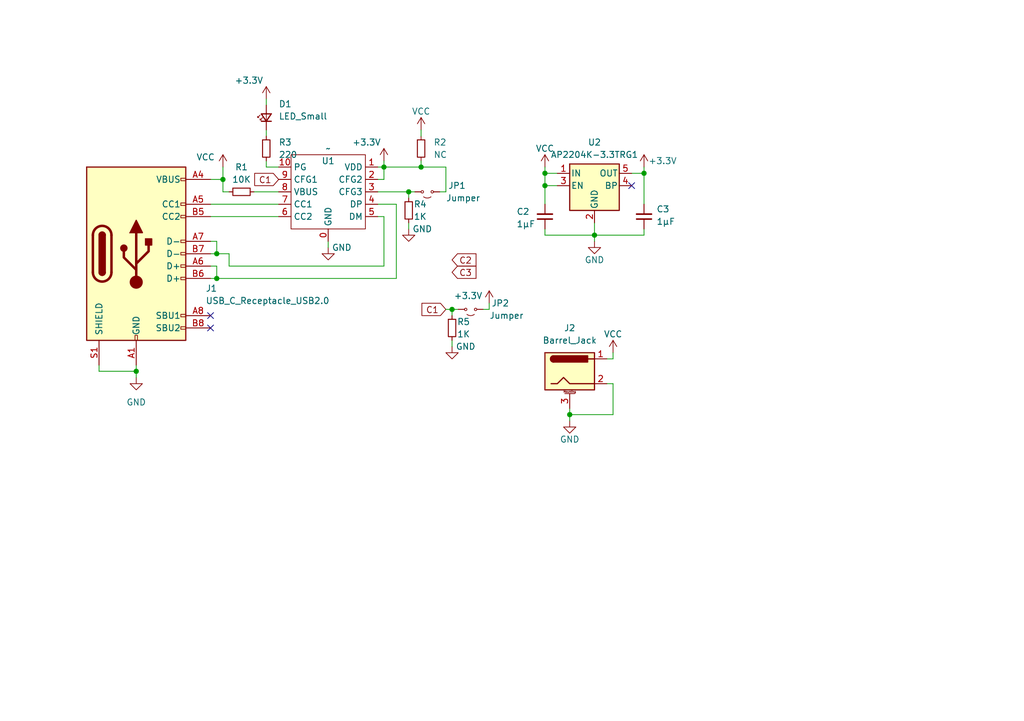
<source format=kicad_sch>
(kicad_sch (version 20231120) (generator "eeschema") (generator_version "8.0")
  (paper "A5")
  (lib_symbols
    (symbol "Connector:Barrel_Jack_MountingPin" (pin_names hide)
      (property "Reference" "J2" (at 0 8.89 0))
      (property "Value" "Barrel_Jack" (at 0 6.35 0))
      (symbol "Barrel_Jack_MountingPin_0_1"
        (rectangle (start -5.08 3.81) (end 5.08 -3.81) (stroke (width 0.254)) (fill (type background)))
        (arc (start -3.302 3.175) (mid -3.9343 2.54) (end -3.302 1.905) (stroke (width 0.254)))
        (arc (start -3.302 3.175) (mid -3.9343 2.54) (end -3.302 1.905) (stroke (width 0.254)) (fill (type outline)))
        (polyline (pts (xy 5.08 2.54) (xy 3.81 2.54)) (stroke (width 0.254)))
        (polyline (pts (xy -3.81 -2.54) (xy -2.54 -2.54) (xy -1.27 -1.27) (xy 0 -2.54) (xy 2.54 -2.54) (xy 5.08 -2.54)) (stroke (width 0.254)))
        (rectangle (start 3.683 3.175) (end -3.302 1.905) (stroke (width 0.254)) (fill (type outline)))
      )
      (symbol "Barrel_Jack_MountingPin_1_1"
        (polyline (pts (xy -1.016 -4.572) (xy 1.016 -4.572)) (stroke (width 0.1524)))
        (text "Mounting" (at 0 -4.191 0) (effects (font (size 0.381 0.381))))
        (pin passive line (at 7.62 2.54 180) (length 2.54) (name "~") (number "1"))
        (pin passive line (at 7.62 -2.54 180) (length 2.54) (name "~") (number "2"))
        (pin passive line (at 0 -7.62 90) (length 3.048) (name "MountPin") (number "3"))
      )
    )
    (symbol "Connector:USB_C_Receptacle_USB2.0" (pin_names (offset 1.016))
      (property "Reference" "J" (at -10.16 19.05 0))
      (property "Value" "USB_C_Receptacle_USB2.0" (at 19.05 19.05 0))
      (symbol "USB_C_Receptacle_USB2.0_0_0"
        (rectangle (start -0.254 -17.78) (end 0.254 -16.764))
        (rectangle (start 10.16 -14.986) (end 9.144 -15.494))
        (rectangle (start 10.16 -12.446) (end 9.144 -12.954))
        (rectangle (start 10.16 -4.826) (end 9.144 -5.334))
        (rectangle (start 10.16 -2.286) (end 9.144 -2.794))
        (rectangle (start 10.16 0.254) (end 9.144 -0.254))
        (rectangle (start 10.16 2.794) (end 9.144 2.286))
        (rectangle (start 10.16 7.874) (end 9.144 7.366))
        (rectangle (start 10.16 10.414) (end 9.144 9.906))
        (rectangle (start 10.16 15.494) (end 9.144 14.986))
      )
      (symbol "USB_C_Receptacle_USB2.0_0_1"
        (rectangle (start -10.16 17.78) (end 10.16 -17.78) (stroke (width 0.254)) (fill (type background)))
        (arc (start -8.89 -3.81) (mid -6.985 -5.7067) (end -5.08 -3.81) (stroke (width 0.508)))
        (arc (start -7.62 -3.81) (mid -6.985 -4.4423) (end -6.35 -3.81) (stroke (width 0.254)))
        (arc (start -7.62 -3.81) (mid -6.985 -4.4423) (end -6.35 -3.81) (stroke (width 0.254)) (fill (type outline)))
        (rectangle (start -7.62 -3.81) (end -6.35 3.81) (stroke (width 0.254)) (fill (type outline)))
        (arc (start -6.35 3.81) (mid -6.985 4.4423) (end -7.62 3.81) (stroke (width 0.254)))
        (arc (start -6.35 3.81) (mid -6.985 4.4423) (end -7.62 3.81) (stroke (width 0.254)) (fill (type outline)))
        (arc (start -5.08 3.81) (mid -6.985 5.7067) (end -8.89 3.81) (stroke (width 0.508)))
        (circle (center -2.54 1.143) (radius 0.635) (stroke (width 0.254)) (fill (type outline)))
        (circle (center 0 -5.842) (radius 1.27) (fill (type outline)))
        (polyline (pts (xy -8.89 -3.81) (xy -8.89 3.81)) (stroke (width 0.508)))
        (polyline (pts (xy -5.08 3.81) (xy -5.08 -3.81)) (stroke (width 0.508)))
        (polyline (pts (xy 0 -5.842) (xy 0 4.318)) (stroke (width 0.508)))
        (polyline (pts (xy 0 -3.302) (xy -2.54 -0.762) (xy -2.54 0.508)) (stroke (width 0.508)))
        (polyline (pts (xy 0 -2.032) (xy 2.54 0.508) (xy 2.54 1.778)) (stroke (width 0.508)))
        (polyline (pts (xy -1.27 4.318) (xy 0 6.858) (xy 1.27 4.318) (xy -1.27 4.318)) (stroke (width 0.254)) (fill (type outline)))
        (rectangle (start 1.905 1.778) (end 3.175 3.048) (stroke (width 0.254)) (fill (type outline)))
      )
      (symbol "USB_C_Receptacle_USB2.0_1_1"
        (pin passive line (at 0 -22.86 90) (length 5.08) (name "GND") (number "A1"))
        (pin passive line (at 0 -22.86 90) (length 5.08) hide (name "GND") (number "A12"))
        (pin passive line (at 15.24 15.24 180) (length 5.08) (name "VBUS") (number "A4"))
        (pin bidirectional line (at 15.24 10.16 180) (length 5.08) (name "CC1") (number "A5"))
        (pin bidirectional line (at 15.24 -2.54 180) (length 5.08) (name "D+") (number "A6"))
        (pin bidirectional line (at 15.24 2.54 180) (length 5.08) (name "D-") (number "A7"))
        (pin bidirectional line (at 15.24 -12.7 180) (length 5.08) (name "SBU1") (number "A8"))
        (pin passive line (at 15.24 15.24 180) (length 5.08) hide (name "VBUS") (number "A9"))
        (pin passive line (at 0 -22.86 90) (length 5.08) hide (name "GND") (number "B1"))
        (pin passive line (at 0 -22.86 90) (length 5.08) hide (name "GND") (number "B12"))
        (pin passive line (at 15.24 15.24 180) (length 5.08) hide (name "VBUS") (number "B4"))
        (pin bidirectional line (at 15.24 7.62 180) (length 5.08) (name "CC2") (number "B5"))
        (pin bidirectional line (at 15.24 -5.08 180) (length 5.08) (name "D+") (number "B6"))
        (pin bidirectional line (at 15.24 0 180) (length 5.08) (name "D-") (number "B7"))
        (pin bidirectional line (at 15.24 -15.24 180) (length 5.08) (name "SBU2") (number "B8"))
        (pin passive line (at 15.24 15.24 180) (length 5.08) hide (name "VBUS") (number "B9"))
        (pin passive line (at -7.62 -22.86 90) (length 5.08) (name "SHIELD") (number "S1"))
      )
    )
    (symbol "Device:C_Small" (pin_numbers hide) (pin_names (offset 0.254) hide)
      (property "Reference" "C" (at 0.254 1.778 0))
      (property "Value" "C_Small" (at 0.254 -2.032 0))
      (symbol "C_Small_0_1"
        (polyline (pts (xy -1.524 -0.508) (xy 1.524 -0.508)) (stroke (width 0.3302)))
        (polyline (pts (xy -1.524 0.508) (xy 1.524 0.508)) (stroke (width 0.3048)))
      )
      (symbol "C_Small_1_1"
        (pin passive line (at 0 2.54 270) (length 2.032) (name "~") (number "1"))
        (pin passive line (at 0 -2.54 90) (length 2.032) (name "~") (number "2"))
      )
    )
    (symbol "Device:LED_Small" (pin_numbers hide) (pin_names (offset 0.254) hide)
      (property "Reference" "D" (at -1.27 3.175 0))
      (property "Value" "LED_Small" (at -4.445 -2.54 0))
      (symbol "LED_Small_0_1"
        (polyline (pts (xy -0.762 -1.016) (xy -0.762 1.016)) (stroke (width 0.254)))
        (polyline (pts (xy 1.016 0) (xy -0.762 0)))
        (polyline (pts (xy 0.762 -1.016) (xy -0.762 0) (xy 0.762 1.016) (xy 0.762 -1.016)) (stroke (width 0.254)))
        (polyline (pts (xy 0 0.762) (xy -0.508 1.27) (xy -0.254 1.27) (xy -0.508 1.27) (xy -0.508 1.016)))
        (polyline (pts (xy 0.508 1.27) (xy 0 1.778) (xy 0.254 1.778) (xy 0 1.778) (xy 0 1.524)))
      )
      (symbol "LED_Small_1_1"
        (pin passive line (at -2.54 0 0) (length 1.778) (name "K") (number "1"))
        (pin passive line (at 2.54 0 180) (length 1.778) (name "A") (number "2"))
      )
    )
    (symbol "Device:R_Small" (pin_numbers hide) (pin_names (offset 0.254) hide)
      (property "Reference" "R" (at 0.762 0.508 0))
      (property "Value" "R_Small" (at 0.762 -1.016 0))
      (symbol "R_Small_0_1"
        (rectangle (start -0.762 1.778) (end 0.762 -1.778) (stroke (width 0.2032)))
      )
      (symbol "R_Small_1_1"
        (pin passive line (at 0 2.54 270) (length 0.762) (name "~") (number "1"))
        (pin passive line (at 0 -2.54 90) (length 0.762) (name "~") (number "2"))
      )
    )
    (symbol "Jumper:Jumper_2_Small_Open" (pin_numbers hide) (pin_names (offset 0) hide) (exclude_from_sim yes)
      (property "Reference" "JP" (at 0 2.794 0))
      (property "Value" "Jumper_2_Small_Open" (at 0 -2.286 0))
      (symbol "Jumper_2_Small_Open_0_0"
        (circle (center -1.016 0) (radius 0.254))
        (circle (center 1.016 0) (radius 0.254))
      )
      (symbol "Jumper_2_Small_Open_0_1"
        (arc (start 0.762 1.0196) (mid 0 1.2729) (end -0.762 1.0196))
      )
      (symbol "Jumper_2_Small_Open_1_1"
        (pin passive line (at -2.54 0 0) (length 1.27) (name "A") (number "1"))
        (pin passive line (at 2.54 0 180) (length 1.27) (name "B") (number "2"))
      )
    )
    (symbol "Regulator_Linear:MIC5219-5.0YM5" (pin_names (offset 0.254))
      (property "Reference" "U" (at -3.81 5.715 0))
      (property "Value" "MIC5219-5.0YM5" (at 0 5.715 0))
      (symbol "MIC5219-5.0YM5_0_1"
        (rectangle (start -5.08 4.445) (end 5.08 -5.08) (stroke (width 0.254)) (fill (type background)))
      )
      (symbol "MIC5219-5.0YM5_1_1"
        (pin power_in line (at -7.62 2.54 0) (length 2.54) (name "IN") (number "1"))
        (pin power_in line (at 0 -7.62 90) (length 2.54) (name "GND") (number "2"))
        (pin input line (at -7.62 0 0) (length 2.54) (name "EN") (number "3"))
        (pin input line (at 7.62 0 180) (length 2.54) (name "BP") (number "4"))
        (pin power_out line (at 7.62 2.54 180) (length 2.54) (name "OUT") (number "5"))
      )
    )
    (symbol "diy:CH224K"
      (property "Reference" "U" (at 0 0 0))
      (symbol "CH224K_0_1"
        (rectangle (start -7.62 7.62) (end 7.62 -7.62))
      )
      (symbol "CH224K_1_1"
        (pin power_in line (at 0 -10.16 90) (length 2.54) (name "GND") (number "0"))
        (pin power_in line (at -10.16 5.08 0) (length 2.54) (name "VDD") (number "1"))
        (pin input line (at 10.16 5.08 180) (length 2.54) (name "PG") (number "10"))
        (pin input line (at -10.16 2.54 0) (length 2.54) (name "CFG2") (number "2"))
        (pin input line (at -10.16 0 0) (length 2.54) (name "CFG3") (number "3"))
        (pin input line (at -10.16 -2.54 0) (length 2.54) (name "DP") (number "4"))
        (pin input line (at -10.16 -5.08 0) (length 2.54) (name "DM") (number "5"))
        (pin input line (at 10.16 -5.08 180) (length 2.54) (name "CC2") (number "6"))
        (pin input line (at 10.16 -2.54 180) (length 2.54) (name "CC1") (number "7"))
        (pin input line (at 10.16 0 180) (length 2.54) (name "VBUS") (number "8"))
        (pin input line (at 10.16 2.54 180) (length 2.54) (name "CFG1") (number "9"))
      )
    )
    (symbol "power:+3.3V" (power) (pin_names (offset 0))
      (property "Value" "+3.3V" (at 0 3.556 0))
      (symbol "+3.3V_0_1"
        (polyline (pts (xy -0.762 1.27) (xy 0 2.54)))
        (polyline (pts (xy 0 0) (xy 0 2.54)))
        (polyline (pts (xy 0 2.54) (xy 0.762 1.27)))
      )
      (symbol "+3.3V_1_1"
        (pin power_in line (at 0 0 90) (length 0) hide (name "+3.3V") (number "1"))
      )
    )
    (symbol "power:GND" (power) (pin_names (offset 0))
      (property "Value" "GND" (at 0 -3.81 0))
      (symbol "GND_0_1"
        (polyline (pts (xy 0 0) (xy 0 -1.27) (xy 1.27 -1.27) (xy 0 -2.54) (xy -1.27 -1.27) (xy 0 -1.27)))
      )
      (symbol "GND_1_1"
        (pin power_in line (at 0 0 270) (length 0) hide (name "GND") (number "1"))
      )
    )
    (symbol "power:VCC" (power) (pin_names (offset 0))
      (property "Value" "VCC" (at 0 3.81 0))
      (symbol "VCC_0_1"
        (polyline (pts (xy -0.762 1.27) (xy 0 2.54)))
        (polyline (pts (xy 0 0) (xy 0 2.54)))
        (polyline (pts (xy 0 2.54) (xy 0.762 1.27)))
      )
      (symbol "VCC_1_1"
        (pin power_in line (at 0 0 90) (length 0) hide (name "VCC") (number "1"))
      )
    )
  )
  (junction (at 78.74 34.29))
  (junction (at 111.76 38.1))
  (junction (at 27.94 76.2))
  (junction (at 121.92 48.26))
  (junction (at 44.45 57.15))
  (junction (at 116.84 85.09))
  (junction (at 83.82 39.37))
  (junction (at 111.76 35.56))
  (junction (at 132.08 35.56))
  (junction (at 86.36 34.29))
  (junction (at 92.71 63.5))
  (junction (at 45.72 36.83))
  (junction (at 44.45 52.07))
  (no_connect (at 43.18 64.77))
  (no_connect (at 43.18 67.31))
  (no_connect (at 129.54 38.1))
  (wire (pts (xy 111.76 38.1) (xy 114.3 38.1)))
  (wire (pts (xy 116.84 83.82) (xy 116.84 85.09)))
  (wire (pts (xy 83.82 39.37) (xy 83.82 40.64)))
  (wire (pts (xy 111.76 38.1) (xy 111.76 41.91)))
  (wire (pts (xy 54.61 34.29) (xy 57.15 34.29)))
  (wire (pts (xy 86.36 26.67) (xy 86.36 27.94)))
  (wire (pts (xy 52.07 39.37) (xy 57.15 39.37)))
  (wire (pts (xy 54.61 20.32) (xy 54.61 21.59)))
  (wire (pts (xy 77.47 34.29) (xy 78.74 34.29)))
  (wire (pts (xy 92.71 63.5) (xy 93.98 63.5)))
  (wire (pts (xy 91.44 34.29) (xy 91.44 39.37)))
  (wire (pts (xy 67.31 50.8) (xy 67.31 49.53)))
  (wire (pts (xy 46.99 54.61) (xy 78.74 54.61)))
  (wire (pts (xy 45.72 36.83) (xy 45.72 39.37)))
  (wire (pts (xy 43.18 44.45) (xy 57.15 44.45)))
  (wire (pts (xy 100.33 62.23) (xy 100.33 63.5)))
  (wire (pts (xy 81.28 41.91) (xy 81.28 57.15)))
  (wire (pts (xy 77.47 36.83) (xy 78.74 36.83)))
  (wire (pts (xy 44.45 49.53) (xy 44.45 52.07)))
  (wire (pts (xy 77.47 44.45) (xy 78.74 44.45)))
  (wire (pts (xy 46.99 52.07) (xy 46.99 54.61)))
  (wire (pts (xy 111.76 35.56) (xy 111.76 38.1)))
  (wire (pts (xy 54.61 26.67) (xy 54.61 27.94)))
  (wire (pts (xy 20.32 74.93) (xy 20.32 76.2)))
  (wire (pts (xy 83.82 45.72) (xy 83.82 46.99)))
  (wire (pts (xy 116.84 85.09) (xy 125.73 85.09)))
  (wire (pts (xy 43.18 41.91) (xy 57.15 41.91)))
  (wire (pts (xy 92.71 69.85) (xy 92.71 71.12)))
  (wire (pts (xy 92.71 63.5) (xy 92.71 64.77)))
  (wire (pts (xy 99.06 63.5) (xy 100.33 63.5)))
  (wire (pts (xy 121.92 48.26) (xy 121.92 49.53)))
  (wire (pts (xy 43.18 57.15) (xy 44.45 57.15)))
  (wire (pts (xy 77.47 39.37) (xy 83.82 39.37)))
  (wire (pts (xy 121.92 48.26) (xy 132.08 48.26)))
  (wire (pts (xy 83.82 39.37) (xy 85.09 39.37)))
  (wire (pts (xy 43.18 49.53) (xy 44.45 49.53)))
  (wire (pts (xy 77.47 41.91) (xy 81.28 41.91)))
  (wire (pts (xy 45.72 34.29) (xy 45.72 36.83)))
  (wire (pts (xy 124.46 73.66) (xy 125.73 73.66)))
  (wire (pts (xy 78.74 34.29) (xy 78.74 36.83)))
  (wire (pts (xy 125.73 72.39) (xy 125.73 73.66)))
  (wire (pts (xy 111.76 46.99) (xy 111.76 48.26)))
  (wire (pts (xy 86.36 34.29) (xy 91.44 34.29)))
  (wire (pts (xy 54.61 33.02) (xy 54.61 34.29)))
  (wire (pts (xy 121.92 45.72) (xy 121.92 48.26)))
  (wire (pts (xy 27.94 77.47) (xy 27.94 76.2)))
  (wire (pts (xy 45.72 39.37) (xy 46.99 39.37)))
  (wire (pts (xy 44.45 52.07) (xy 46.99 52.07)))
  (wire (pts (xy 43.18 54.61) (xy 44.45 54.61)))
  (wire (pts (xy 90.17 39.37) (xy 91.44 39.37)))
  (wire (pts (xy 132.08 34.29) (xy 132.08 35.56)))
  (wire (pts (xy 111.76 34.29) (xy 111.76 35.56)))
  (wire (pts (xy 20.32 76.2) (xy 27.94 76.2)))
  (wire (pts (xy 78.74 34.29) (xy 86.36 34.29)))
  (wire (pts (xy 132.08 46.99) (xy 132.08 48.26)))
  (wire (pts (xy 116.84 85.09) (xy 116.84 86.36)))
  (wire (pts (xy 91.44 63.5) (xy 92.71 63.5)))
  (wire (pts (xy 86.36 33.02) (xy 86.36 34.29)))
  (wire (pts (xy 111.76 35.56) (xy 114.3 35.56)))
  (wire (pts (xy 78.74 33.02) (xy 78.74 34.29)))
  (wire (pts (xy 27.94 76.2) (xy 27.94 74.93)))
  (wire (pts (xy 129.54 35.56) (xy 132.08 35.56)))
  (wire (pts (xy 44.45 54.61) (xy 44.45 57.15)))
  (wire (pts (xy 78.74 44.45) (xy 78.74 54.61)))
  (wire (pts (xy 111.76 48.26) (xy 121.92 48.26)))
  (wire (pts (xy 44.45 57.15) (xy 81.28 57.15)))
  (wire (pts (xy 125.73 78.74) (xy 125.73 85.09)))
  (wire (pts (xy 43.18 36.83) (xy 45.72 36.83)))
  (wire (pts (xy 124.46 78.74) (xy 125.73 78.74)))
  (wire (pts (xy 43.18 52.07) (xy 44.45 52.07)))
  (wire (pts (xy 132.08 41.91) (xy 132.08 35.56)))
  (global_label "C1" (shape input) (at 57.15 36.83 180) (property "Intersheetrefs" "${INTERSHEET_REFS}" (effects (hide yes))))
  (global_label "C3" (shape input) (at 92.71 55.88 0) (property "Intersheetrefs" "${INTERSHEET_REFS}" (effects (hide yes))))
  (global_label "C1" (shape input) (at 91.44 63.5 180) (property "Intersheetrefs" "${INTERSHEET_REFS}" (effects (hide yes))))
  (global_label "C2" (shape input) (at 92.71 53.34 0) (property "Intersheetrefs" "${INTERSHEET_REFS}" (effects (hide yes))))
  (symbol (lib_id "power:+3.3V") (at 78.74 33.02 0) (unit 1)
    (property "Reference" "#PWR03" (effects (hide yes)))
    (property "Value" "+3.3V" (at 75.184 29.21 0))
  )
  (symbol (lib_id "Jumper:Jumper_2_Small_Open") (at 96.52 63.5 180) (unit 1) (exclude_from_sim yes)
    (property "Reference" "JP2" (at 102.616 62.23 0))
    (property "Value" "Jumper" (at 103.886 64.77 0))
    (property "Footprint" "Jumper:SolderJumper-2_P1.3mm_Open_RoundedPad1.0x1.5mm" (effects (hide yes)))
    (property "Description" "Jumper, 2-pole, small symbol, open" (effects (hide yes)))
  )
  (symbol (lib_id "power:VCC") (at 45.72 34.29 0) (unit 1)
    (property "Reference" "#PWR01" (effects (hide yes)))
    (property "Value" "VCC" (at 42.164 32.258 0))
    (property "Description" "Power symbol creates a global label with name \"VCC\"" (effects (hide yes)))
  )
  (symbol (lib_id "Device:R_Small") (at 54.61 30.48 180) (unit 1)
    (property "Reference" "R3" (at 57.15 29.2099 0) (effects (justify right)))
    (property "Value" "220" (at 57.15 31.7499 0) (effects (justify right)))
    (property "Footprint" "Resistor_SMD:R_0402_1005Metric" (effects (hide yes)))
    (property "Description" "Resistor, small symbol" (effects (hide yes)))
  )
  (symbol (lib_id "power:VCC") (at 111.76 34.29 0) (unit 1)
    (property "Reference" "#PWR05" (effects (hide yes)))
    (property "Value" "VCC" (at 111.76 30.48 0))
    (property "Description" "Power symbol creates a global label with name \"VCC\"" (effects (hide yes)))
  )
  (symbol (lib_id "power:+3.3V") (at 100.33 62.23 0) (unit 1)
    (property "Reference" "#PWR07" (effects (hide yes)))
    (property "Value" "+3.3V" (at 96.012 60.706 0))
  )
  (symbol (lib_id "Device:R_Small") (at 83.82 43.18 180) (unit 1)
    (property "Reference" "R4" (at 84.836 41.91 0) (effects (justify right)))
    (property "Value" "1K" (at 84.836 44.45 0) (effects (justify right)))
    (property "Footprint" "Resistor_SMD:R_0402_1005Metric" (effects (hide yes)))
    (property "Description" "Resistor, small symbol" (effects (hide yes)))
  )
  (symbol (lib_id "power:VCC") (at 86.36 26.67 0) (unit 1)
    (property "Reference" "#PWR06" (effects (hide yes)))
    (property "Value" "VCC" (at 86.36 22.86 0))
    (property "Description" "Power symbol creates a global label with name \"VCC\"" (effects (hide yes)))
  )
  (symbol (lib_id "power:GND") (at 121.92 49.53 0) (unit 1)
    (property "Reference" "#PWR022" (effects (hide yes)))
    (property "Value" "GND" (at 121.92 53.34 0))
  )
  (symbol (lib_id "power:GND") (at 67.31 50.8 0) (unit 1)
    (property "Reference" "#PWR09" (effects (hide yes)))
    (property "Value" "GND" (at 70.104 50.8 0))
    (property "Description" "Power symbol creates a global label with name \"GND\" , ground" (effects (hide yes)))
  )
  (symbol (lib_id "Device:R_Small") (at 49.53 39.37 90) (unit 1)
    (property "Reference" "R1" (at 49.53 34.29 90))
    (property "Value" "10K" (at 49.53 36.83 90))
    (property "Footprint" "Resistor_SMD:R_0402_1005Metric" (effects (hide yes)))
    (property "Description" "Resistor, small symbol" (effects (hide yes)))
  )
  (symbol (lib_id "power:+3.3V") (at 54.61 20.32 0) (unit 1)
    (property "Reference" "#PWR013" (effects (hide yes)))
    (property "Value" "+3.3V" (at 51.054 16.51 0))
  )
  (symbol (lib_id "Device:C_Small") (at 111.76 44.45 180) (unit 1)
    (property "Reference" "C2" (at 105.918 43.434 0) (effects (justify right)))
    (property "Value" "1µF" (at 105.918 45.974 0) (effects (justify right)))
    (property "Footprint" "Capacitor_SMD:C_0402_1005Metric" (effects (hide yes)))
  )
  (symbol (lib_id "Device:C_Small") (at 132.08 44.45 180) (unit 1)
    (property "Reference" "C3" (at 134.62 42.926 0) (effects (justify right)))
    (property "Value" "1µF" (at 134.62 45.466 0) (effects (justify right)))
    (property "Footprint" "Capacitor_SMD:C_0402_1005Metric" (effects (hide yes)))
  )
  (symbol (lib_id "power:VCC") (at 125.73 72.39 0) (unit 1)
    (property "Reference" "#PWR020" (effects (hide yes)))
    (property "Value" "VCC" (at 125.73 68.58 0))
    (property "Description" "Power symbol creates a global label with name \"VCC\"" (effects (hide yes)))
  )
  (symbol (lib_id "Device:LED_Small") (at 54.61 24.13 90) (unit 1)
    (property "Reference" "D1" (at 57.15 21.336 90) (effects (justify right)))
    (property "Value" "LED_Small" (at 57.15 23.876 90) (effects (justify right)))
    (property "Footprint" "LED_SMD:LED_0402_1005Metric" (effects (hide yes)))
    (property "Description" "Light emitting diode, small symbol" (effects (hide yes)))
  )
  (symbol (lib_id "power:GND") (at 83.82 46.99 0) (unit 1)
    (property "Reference" "#PWR02" (effects (hide yes)))
    (property "Value" "GND" (at 86.614 46.99 0))
    (property "Description" "Power symbol creates a global label with name \"GND\" , ground" (effects (hide yes)))
  )
  (symbol (lib_id "Jumper:Jumper_2_Small_Open") (at 87.63 39.37 180) (unit 1) (exclude_from_sim yes)
    (property "Reference" "JP1" (at 93.726 38.1 0))
    (property "Value" "Jumper" (at 94.996 40.64 0))
    (property "Footprint" "Jumper:SolderJumper-2_P1.3mm_Open_RoundedPad1.0x1.5mm" (effects (hide yes)))
    (property "Description" "Jumper, 2-pole, small symbol, open" (effects (hide yes)))
  )
  (symbol (lib_id "Connector:Barrel_Jack_MountingPin") (at 116.84 76.2 0) (unit 1)
    (property "Reference" "J2" (at 116.84 67.31 0))
    (property "Value" "Barrel_Jack" (at 116.84 69.85 0))
    (property "Footprint" "Connector_BarrelJack:BarrelJack_Horizontal" (effects (hide yes)))
    (property "Description" "DC Barrel Jack with a mounting pin" (effects (hide yes)))
  )
  (symbol (lib_id "Connector:USB_C_Receptacle_USB2.0") (at 27.94 52.07 0) (unit 1)
    (property "Reference" "J1" (at 42.164 59.182 0) (effects (justify left)))
    (property "Value" "USB_C_Receptacle_USB2.0" (at 42.164 61.722 0) (effects (justify left)))
    (property "Footprint" "Connector_USB:USB_C_Receptacle_G-Switch_GT-USB-7010ASV" (effects (hide yes)))
    (property "Datasheet" "https://www.usb.org/sites/default/files/documents/usb_type-c.zip" (effects (hide yes)))
  )
  (symbol (lib_id "Device:R_Small") (at 86.36 30.48 180) (unit 1)
    (property "Reference" "R2" (at 88.9 29.2099 0) (effects (justify right)))
    (property "Value" "NC" (at 88.9 31.7499 0) (effects (justify right)))
    (property "Footprint" "Resistor_SMD:R_0402_1005Metric" (effects (hide yes)))
    (property "Description" "Resistor, small symbol" (effects (hide yes)))
  )
  (symbol (lib_id "power:+3.3V") (at 132.08 34.29 0) (unit 1)
    (property "Reference" "#PWR021" (effects (hide yes)))
    (property "Value" "+3.3V" (at 135.89 33.02 0))
  )
  (symbol (lib_id "power:GND") (at 92.71 71.12 0) (unit 1)
    (property "Reference" "#PWR08" (effects (hide yes)))
    (property "Value" "GND" (at 95.504 71.12 0))
    (property "Description" "Power symbol creates a global label with name \"GND\" , ground" (effects (hide yes)))
  )
  (symbol (lib_id "power:GND") (at 27.94 77.47 0) (unit 1)
    (property "Reference" "#PWR012" (effects (hide yes)))
    (property "Value" "GND" (at 27.94 82.55 0))
    (property "Description" "Power symbol creates a global label with name \"GND\" , ground" (effects (hide yes)))
  )
  (symbol (lib_id "diy:CH224K") (at 67.31 39.37 0) (mirror y) (unit 1)
    (property "Reference" "U1" (at 67.31 33.02 0))
    (property "Value" "~" (at 67.31 30.48 0))
    (property "Footprint" "Package_SO:SOIC-10_3.9x4.9mm_P1mm" (effects (hide yes)))
  )
  (symbol (lib_id "Regulator_Linear:MIC5219-5.0YM5") (at 121.92 38.1 0) (unit 1)
    (property "Reference" "U2" (at 121.92 29.21 0))
    (property "Value" "AP2204K-3.3TRG1" (at 121.92 31.75 0))
    (property "Footprint" "Package_TO_SOT_SMD:SOT-23-5" (effects (hide yes)))
    (property "Datasheet" "http://ww1.microchip.com/downloads/en/DeviceDoc/MIC5219-500mA-Peak-Output-LDO-Regulator-DS20006021A.pdf" (effects (hide yes)))
    (property "Description" "500mA low dropout linear regulator, fixed 5.0V output, SOT-23-5" (effects (hide yes)))
  )
  (symbol (lib_id "Device:R_Small") (at 92.71 67.31 180) (unit 1)
    (property "Reference" "R5" (at 93.726 66.04 0) (effects (justify right)))
    (property "Value" "1K" (at 93.726 68.58 0) (effects (justify right)))
    (property "Footprint" "Resistor_SMD:R_0402_1005Metric" (effects (hide yes)))
    (property "Description" "Resistor, small symbol" (effects (hide yes)))
  )
  (symbol (lib_id "power:GND") (at 116.84 86.36 0) (unit 1)
    (property "Reference" "#PWR04" (effects (hide yes)))
    (property "Value" "GND" (at 116.84 90.17 0))
  )
)
</source>
